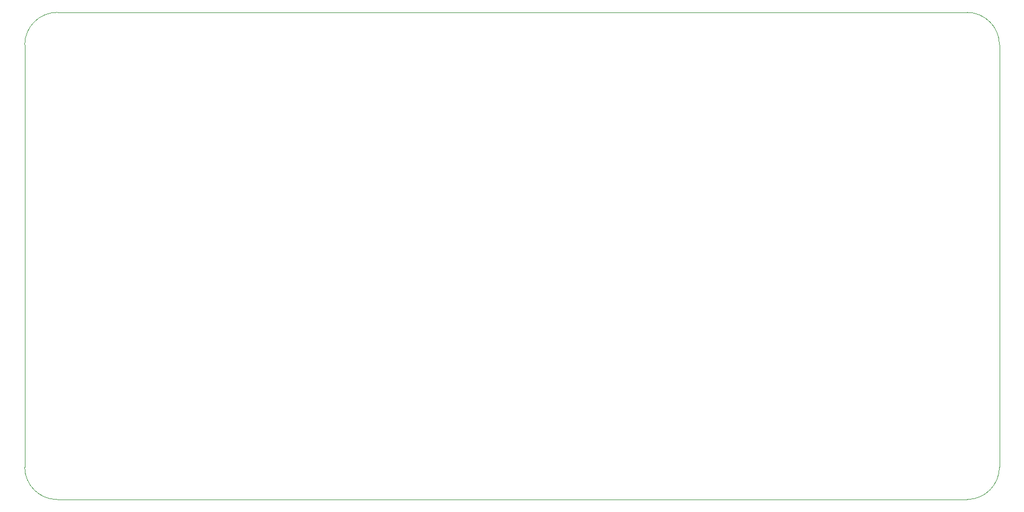
<source format=gbr>
%TF.GenerationSoftware,KiCad,Pcbnew,7.0.10*%
%TF.CreationDate,2024-01-22T16:24:30-06:00*%
%TF.ProjectId,6502 V1.3-rounded,36353032-2056-4312-9e33-2d726f756e64,rev?*%
%TF.SameCoordinates,Original*%
%TF.FileFunction,Profile,NP*%
%FSLAX46Y46*%
G04 Gerber Fmt 4.6, Leading zero omitted, Abs format (unit mm)*
G04 Created by KiCad (PCBNEW 7.0.10) date 2024-01-22 16:24:30*
%MOMM*%
%LPD*%
G01*
G04 APERTURE LIST*
%TA.AperFunction,Profile*%
%ADD10C,0.100000*%
%TD*%
G04 APERTURE END LIST*
D10*
X25400000Y-20320000D02*
G75*
G03*
X20320000Y-25400000I0J-5080000D01*
G01*
X167640000Y-96520000D02*
G75*
G03*
X172720000Y-91440000I0J5080000D01*
G01*
X172720000Y-25400000D02*
G75*
G03*
X167640000Y-20320000I-5080000J0D01*
G01*
X20320000Y-25400000D02*
X20320000Y-91440000D01*
X25400000Y-20320000D02*
X167640000Y-20320000D01*
X20320000Y-91440000D02*
G75*
G03*
X25400000Y-96520000I5080000J0D01*
G01*
X167640000Y-96520000D02*
X25400000Y-96520000D01*
X172720000Y-91440000D02*
X172720000Y-25400000D01*
M02*

</source>
